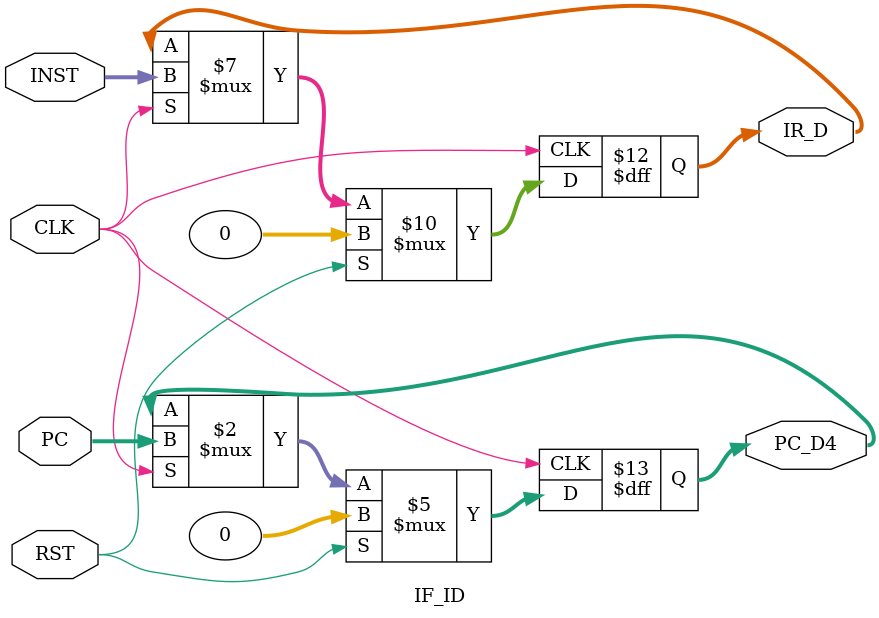
<source format=v>
module IF_ID(INST, PC, IR_D, PC_D4, CLK, RST);

    input CLK;
    input RST;
    input [31:0] INST;
    input [31:0] PC;
    output reg [31:0] IR_D;
    output reg [31:0] PC_D4;

always @(posedge CLK) begin
    if(RST) begin
        IR_D <= 0;
        PC_D4 <= 0;
    end else if (CLK)begin
     IR_D <= INST;
     PC_D4 <= PC;
    end
end



endmodule
</source>
